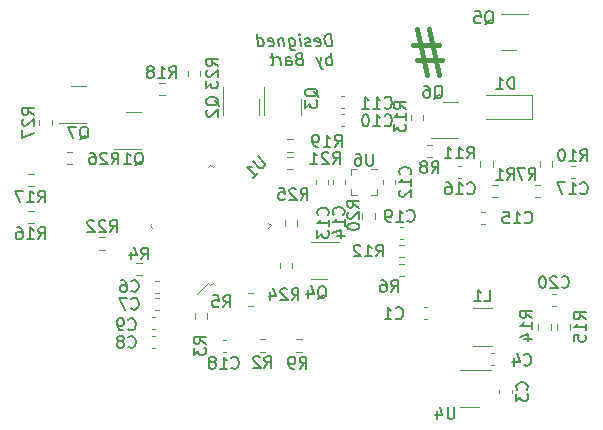
<source format=gbr>
%TF.GenerationSoftware,KiCad,Pcbnew,6.0.2-1.fc35*%
%TF.CreationDate,2022-05-07T18:41:25+02:00*%
%TF.ProjectId,LEDnode,4c45446e-6f64-4652-9e6b-696361645f70,rev?*%
%TF.SameCoordinates,Original*%
%TF.FileFunction,Legend,Bot*%
%TF.FilePolarity,Positive*%
%FSLAX46Y46*%
G04 Gerber Fmt 4.6, Leading zero omitted, Abs format (unit mm)*
G04 Created by KiCad (PCBNEW 6.0.2-1.fc35) date 2022-05-07 18:41:25*
%MOMM*%
%LPD*%
G01*
G04 APERTURE LIST*
%ADD10C,0.150000*%
%ADD11C,0.400000*%
%ADD12C,0.120000*%
G04 APERTURE END LIST*
D10*
X107408452Y-72147380D02*
X107283452Y-71147380D01*
X107045357Y-71147380D01*
X106908452Y-71195000D01*
X106825119Y-71290238D01*
X106789404Y-71385476D01*
X106765595Y-71575952D01*
X106783452Y-71718809D01*
X106854880Y-71909285D01*
X106914404Y-72004523D01*
X107021547Y-72099761D01*
X107170357Y-72147380D01*
X107408452Y-72147380D01*
X106021547Y-72099761D02*
X106122738Y-72147380D01*
X106313214Y-72147380D01*
X106402500Y-72099761D01*
X106438214Y-72004523D01*
X106390595Y-71623571D01*
X106331071Y-71528333D01*
X106229880Y-71480714D01*
X106039404Y-71480714D01*
X105950119Y-71528333D01*
X105914404Y-71623571D01*
X105926309Y-71718809D01*
X106414404Y-71814047D01*
X105592976Y-72099761D02*
X105503690Y-72147380D01*
X105313214Y-72147380D01*
X105212023Y-72099761D01*
X105152500Y-72004523D01*
X105146547Y-71956904D01*
X105182261Y-71861666D01*
X105271547Y-71814047D01*
X105414404Y-71814047D01*
X105503690Y-71766428D01*
X105539404Y-71671190D01*
X105533452Y-71623571D01*
X105473928Y-71528333D01*
X105372738Y-71480714D01*
X105229880Y-71480714D01*
X105140595Y-71528333D01*
X104741785Y-72147380D02*
X104658452Y-71480714D01*
X104616785Y-71147380D02*
X104670357Y-71195000D01*
X104628690Y-71242619D01*
X104575119Y-71195000D01*
X104616785Y-71147380D01*
X104628690Y-71242619D01*
X103753690Y-71480714D02*
X103854880Y-72290238D01*
X103914404Y-72385476D01*
X103967976Y-72433095D01*
X104069166Y-72480714D01*
X104212023Y-72480714D01*
X104301309Y-72433095D01*
X103831071Y-72099761D02*
X103932261Y-72147380D01*
X104122738Y-72147380D01*
X104212023Y-72099761D01*
X104253690Y-72052142D01*
X104289404Y-71956904D01*
X104253690Y-71671190D01*
X104194166Y-71575952D01*
X104140595Y-71528333D01*
X104039404Y-71480714D01*
X103848928Y-71480714D01*
X103759642Y-71528333D01*
X103277500Y-71480714D02*
X103360833Y-72147380D01*
X103289404Y-71575952D02*
X103235833Y-71528333D01*
X103134642Y-71480714D01*
X102991785Y-71480714D01*
X102902500Y-71528333D01*
X102866785Y-71623571D01*
X102932261Y-72147380D01*
X102069166Y-72099761D02*
X102170357Y-72147380D01*
X102360833Y-72147380D01*
X102450119Y-72099761D01*
X102485833Y-72004523D01*
X102438214Y-71623571D01*
X102378690Y-71528333D01*
X102277500Y-71480714D01*
X102087023Y-71480714D01*
X101997738Y-71528333D01*
X101962023Y-71623571D01*
X101973928Y-71718809D01*
X102462023Y-71814047D01*
X101170357Y-72147380D02*
X101045357Y-71147380D01*
X101164404Y-72099761D02*
X101265595Y-72147380D01*
X101456071Y-72147380D01*
X101545357Y-72099761D01*
X101587023Y-72052142D01*
X101622738Y-71956904D01*
X101587023Y-71671190D01*
X101527500Y-71575952D01*
X101473928Y-71528333D01*
X101372738Y-71480714D01*
X101182261Y-71480714D01*
X101092976Y-71528333D01*
X107408452Y-73757380D02*
X107283452Y-72757380D01*
X107331071Y-73138333D02*
X107229880Y-73090714D01*
X107039404Y-73090714D01*
X106950119Y-73138333D01*
X106908452Y-73185952D01*
X106872738Y-73281190D01*
X106908452Y-73566904D01*
X106967976Y-73662142D01*
X107021547Y-73709761D01*
X107122738Y-73757380D01*
X107313214Y-73757380D01*
X107402500Y-73709761D01*
X106515595Y-73090714D02*
X106360833Y-73757380D01*
X106039404Y-73090714D02*
X106360833Y-73757380D01*
X106485833Y-73995476D01*
X106539404Y-74043095D01*
X106640595Y-74090714D01*
X104581071Y-73233571D02*
X104444166Y-73281190D01*
X104402500Y-73328809D01*
X104366785Y-73424047D01*
X104384642Y-73566904D01*
X104444166Y-73662142D01*
X104497738Y-73709761D01*
X104598928Y-73757380D01*
X104979880Y-73757380D01*
X104854880Y-72757380D01*
X104521547Y-72757380D01*
X104432261Y-72805000D01*
X104390595Y-72852619D01*
X104354880Y-72947857D01*
X104366785Y-73043095D01*
X104426309Y-73138333D01*
X104479880Y-73185952D01*
X104581071Y-73233571D01*
X104914404Y-73233571D01*
X103551309Y-73757380D02*
X103485833Y-73233571D01*
X103521547Y-73138333D01*
X103610833Y-73090714D01*
X103801309Y-73090714D01*
X103902500Y-73138333D01*
X103545357Y-73709761D02*
X103646547Y-73757380D01*
X103884642Y-73757380D01*
X103973928Y-73709761D01*
X104009642Y-73614523D01*
X103997738Y-73519285D01*
X103938214Y-73424047D01*
X103837023Y-73376428D01*
X103598928Y-73376428D01*
X103497738Y-73328809D01*
X103075119Y-73757380D02*
X102991785Y-73090714D01*
X103015595Y-73281190D02*
X102956071Y-73185952D01*
X102902500Y-73138333D01*
X102801309Y-73090714D01*
X102706071Y-73090714D01*
X102515595Y-73090714D02*
X102134642Y-73090714D01*
X102331071Y-72757380D02*
X102438214Y-73614523D01*
X102402500Y-73709761D01*
X102313214Y-73757380D01*
X102217976Y-73757380D01*
D11*
%TO.C,H5*%
X116438571Y-72007142D02*
X114295714Y-72007142D01*
X115581428Y-70721428D02*
X116438571Y-74578571D01*
X114581428Y-73292857D02*
X116724285Y-73292857D01*
X115438571Y-74578571D02*
X114581428Y-70721428D01*
D10*
%TO.C,R27*%
X82172380Y-77957142D02*
X81696190Y-77623809D01*
X82172380Y-77385714D02*
X81172380Y-77385714D01*
X81172380Y-77766666D01*
X81220000Y-77861904D01*
X81267619Y-77909523D01*
X81362857Y-77957142D01*
X81505714Y-77957142D01*
X81600952Y-77909523D01*
X81648571Y-77861904D01*
X81696190Y-77766666D01*
X81696190Y-77385714D01*
X81267619Y-78338095D02*
X81220000Y-78385714D01*
X81172380Y-78480952D01*
X81172380Y-78719047D01*
X81220000Y-78814285D01*
X81267619Y-78861904D01*
X81362857Y-78909523D01*
X81458095Y-78909523D01*
X81600952Y-78861904D01*
X82172380Y-78290476D01*
X82172380Y-78909523D01*
X81172380Y-79242857D02*
X81172380Y-79909523D01*
X82172380Y-79480952D01*
%TO.C,R26*%
X88742857Y-82152380D02*
X89076190Y-81676190D01*
X89314285Y-82152380D02*
X89314285Y-81152380D01*
X88933333Y-81152380D01*
X88838095Y-81200000D01*
X88790476Y-81247619D01*
X88742857Y-81342857D01*
X88742857Y-81485714D01*
X88790476Y-81580952D01*
X88838095Y-81628571D01*
X88933333Y-81676190D01*
X89314285Y-81676190D01*
X88361904Y-81247619D02*
X88314285Y-81200000D01*
X88219047Y-81152380D01*
X87980952Y-81152380D01*
X87885714Y-81200000D01*
X87838095Y-81247619D01*
X87790476Y-81342857D01*
X87790476Y-81438095D01*
X87838095Y-81580952D01*
X88409523Y-82152380D01*
X87790476Y-82152380D01*
X86933333Y-81152380D02*
X87123809Y-81152380D01*
X87219047Y-81200000D01*
X87266666Y-81247619D01*
X87361904Y-81390476D01*
X87409523Y-81580952D01*
X87409523Y-81961904D01*
X87361904Y-82057142D01*
X87314285Y-82104761D01*
X87219047Y-82152380D01*
X87028571Y-82152380D01*
X86933333Y-82104761D01*
X86885714Y-82057142D01*
X86838095Y-81961904D01*
X86838095Y-81723809D01*
X86885714Y-81628571D01*
X86933333Y-81580952D01*
X87028571Y-81533333D01*
X87219047Y-81533333D01*
X87314285Y-81580952D01*
X87361904Y-81628571D01*
X87409523Y-81723809D01*
%TO.C,Q7*%
X86045238Y-80047619D02*
X86140476Y-80000000D01*
X86235714Y-79904761D01*
X86378571Y-79761904D01*
X86473809Y-79714285D01*
X86569047Y-79714285D01*
X86521428Y-79952380D02*
X86616666Y-79904761D01*
X86711904Y-79809523D01*
X86759523Y-79619047D01*
X86759523Y-79285714D01*
X86711904Y-79095238D01*
X86616666Y-79000000D01*
X86521428Y-78952380D01*
X86330952Y-78952380D01*
X86235714Y-79000000D01*
X86140476Y-79095238D01*
X86092857Y-79285714D01*
X86092857Y-79619047D01*
X86140476Y-79809523D01*
X86235714Y-79904761D01*
X86330952Y-79952380D01*
X86521428Y-79952380D01*
X85759523Y-78952380D02*
X85092857Y-78952380D01*
X85521428Y-79952380D01*
%TO.C,R10*%
X128442857Y-81852380D02*
X128776190Y-81376190D01*
X129014285Y-81852380D02*
X129014285Y-80852380D01*
X128633333Y-80852380D01*
X128538095Y-80900000D01*
X128490476Y-80947619D01*
X128442857Y-81042857D01*
X128442857Y-81185714D01*
X128490476Y-81280952D01*
X128538095Y-81328571D01*
X128633333Y-81376190D01*
X129014285Y-81376190D01*
X127490476Y-81852380D02*
X128061904Y-81852380D01*
X127776190Y-81852380D02*
X127776190Y-80852380D01*
X127871428Y-80995238D01*
X127966666Y-81090476D01*
X128061904Y-81138095D01*
X126871428Y-80852380D02*
X126776190Y-80852380D01*
X126680952Y-80900000D01*
X126633333Y-80947619D01*
X126585714Y-81042857D01*
X126538095Y-81233333D01*
X126538095Y-81471428D01*
X126585714Y-81661904D01*
X126633333Y-81757142D01*
X126680952Y-81804761D01*
X126776190Y-81852380D01*
X126871428Y-81852380D01*
X126966666Y-81804761D01*
X127014285Y-81757142D01*
X127061904Y-81661904D01*
X127109523Y-81471428D01*
X127109523Y-81233333D01*
X127061904Y-81042857D01*
X127014285Y-80947619D01*
X126966666Y-80900000D01*
X126871428Y-80852380D01*
%TO.C,C7*%
X90416666Y-94357142D02*
X90464285Y-94404761D01*
X90607142Y-94452380D01*
X90702380Y-94452380D01*
X90845238Y-94404761D01*
X90940476Y-94309523D01*
X90988095Y-94214285D01*
X91035714Y-94023809D01*
X91035714Y-93880952D01*
X90988095Y-93690476D01*
X90940476Y-93595238D01*
X90845238Y-93500000D01*
X90702380Y-93452380D01*
X90607142Y-93452380D01*
X90464285Y-93500000D01*
X90416666Y-93547619D01*
X90083333Y-93452380D02*
X89416666Y-93452380D01*
X89845238Y-94452380D01*
%TO.C,C8*%
X90166666Y-97607142D02*
X90214285Y-97654761D01*
X90357142Y-97702380D01*
X90452380Y-97702380D01*
X90595238Y-97654761D01*
X90690476Y-97559523D01*
X90738095Y-97464285D01*
X90785714Y-97273809D01*
X90785714Y-97130952D01*
X90738095Y-96940476D01*
X90690476Y-96845238D01*
X90595238Y-96750000D01*
X90452380Y-96702380D01*
X90357142Y-96702380D01*
X90214285Y-96750000D01*
X90166666Y-96797619D01*
X89595238Y-97130952D02*
X89690476Y-97083333D01*
X89738095Y-97035714D01*
X89785714Y-96940476D01*
X89785714Y-96892857D01*
X89738095Y-96797619D01*
X89690476Y-96750000D01*
X89595238Y-96702380D01*
X89404761Y-96702380D01*
X89309523Y-96750000D01*
X89261904Y-96797619D01*
X89214285Y-96892857D01*
X89214285Y-96940476D01*
X89261904Y-97035714D01*
X89309523Y-97083333D01*
X89404761Y-97130952D01*
X89595238Y-97130952D01*
X89690476Y-97178571D01*
X89738095Y-97226190D01*
X89785714Y-97321428D01*
X89785714Y-97511904D01*
X89738095Y-97607142D01*
X89690476Y-97654761D01*
X89595238Y-97702380D01*
X89404761Y-97702380D01*
X89309523Y-97654761D01*
X89261904Y-97607142D01*
X89214285Y-97511904D01*
X89214285Y-97321428D01*
X89261904Y-97226190D01*
X89309523Y-97178571D01*
X89404761Y-97130952D01*
%TO.C,Q5*%
X120345238Y-70297619D02*
X120440476Y-70250000D01*
X120535714Y-70154761D01*
X120678571Y-70011904D01*
X120773809Y-69964285D01*
X120869047Y-69964285D01*
X120821428Y-70202380D02*
X120916666Y-70154761D01*
X121011904Y-70059523D01*
X121059523Y-69869047D01*
X121059523Y-69535714D01*
X121011904Y-69345238D01*
X120916666Y-69250000D01*
X120821428Y-69202380D01*
X120630952Y-69202380D01*
X120535714Y-69250000D01*
X120440476Y-69345238D01*
X120392857Y-69535714D01*
X120392857Y-69869047D01*
X120440476Y-70059523D01*
X120535714Y-70154761D01*
X120630952Y-70202380D01*
X120821428Y-70202380D01*
X119488095Y-69202380D02*
X119964285Y-69202380D01*
X120011904Y-69678571D01*
X119964285Y-69630952D01*
X119869047Y-69583333D01*
X119630952Y-69583333D01*
X119535714Y-69630952D01*
X119488095Y-69678571D01*
X119440476Y-69773809D01*
X119440476Y-70011904D01*
X119488095Y-70107142D01*
X119535714Y-70154761D01*
X119630952Y-70202380D01*
X119869047Y-70202380D01*
X119964285Y-70154761D01*
X120011904Y-70107142D01*
%TO.C,C6*%
X90416666Y-92857142D02*
X90464285Y-92904761D01*
X90607142Y-92952380D01*
X90702380Y-92952380D01*
X90845238Y-92904761D01*
X90940476Y-92809523D01*
X90988095Y-92714285D01*
X91035714Y-92523809D01*
X91035714Y-92380952D01*
X90988095Y-92190476D01*
X90940476Y-92095238D01*
X90845238Y-92000000D01*
X90702380Y-91952380D01*
X90607142Y-91952380D01*
X90464285Y-92000000D01*
X90416666Y-92047619D01*
X89559523Y-91952380D02*
X89750000Y-91952380D01*
X89845238Y-92000000D01*
X89892857Y-92047619D01*
X89988095Y-92190476D01*
X90035714Y-92380952D01*
X90035714Y-92761904D01*
X89988095Y-92857142D01*
X89940476Y-92904761D01*
X89845238Y-92952380D01*
X89654761Y-92952380D01*
X89559523Y-92904761D01*
X89511904Y-92857142D01*
X89464285Y-92761904D01*
X89464285Y-92523809D01*
X89511904Y-92428571D01*
X89559523Y-92380952D01*
X89654761Y-92333333D01*
X89845238Y-92333333D01*
X89940476Y-92380952D01*
X89988095Y-92428571D01*
X90035714Y-92523809D01*
%TO.C,Q1*%
X90695238Y-82247619D02*
X90790476Y-82200000D01*
X90885714Y-82104761D01*
X91028571Y-81961904D01*
X91123809Y-81914285D01*
X91219047Y-81914285D01*
X91171428Y-82152380D02*
X91266666Y-82104761D01*
X91361904Y-82009523D01*
X91409523Y-81819047D01*
X91409523Y-81485714D01*
X91361904Y-81295238D01*
X91266666Y-81200000D01*
X91171428Y-81152380D01*
X90980952Y-81152380D01*
X90885714Y-81200000D01*
X90790476Y-81295238D01*
X90742857Y-81485714D01*
X90742857Y-81819047D01*
X90790476Y-82009523D01*
X90885714Y-82104761D01*
X90980952Y-82152380D01*
X91171428Y-82152380D01*
X89790476Y-82152380D02*
X90361904Y-82152380D01*
X90076190Y-82152380D02*
X90076190Y-81152380D01*
X90171428Y-81295238D01*
X90266666Y-81390476D01*
X90361904Y-81438095D01*
%TO.C,C17*%
X128442857Y-84587142D02*
X128490476Y-84634761D01*
X128633333Y-84682380D01*
X128728571Y-84682380D01*
X128871428Y-84634761D01*
X128966666Y-84539523D01*
X129014285Y-84444285D01*
X129061904Y-84253809D01*
X129061904Y-84110952D01*
X129014285Y-83920476D01*
X128966666Y-83825238D01*
X128871428Y-83730000D01*
X128728571Y-83682380D01*
X128633333Y-83682380D01*
X128490476Y-83730000D01*
X128442857Y-83777619D01*
X127490476Y-84682380D02*
X128061904Y-84682380D01*
X127776190Y-84682380D02*
X127776190Y-83682380D01*
X127871428Y-83825238D01*
X127966666Y-83920476D01*
X128061904Y-83968095D01*
X127157142Y-83682380D02*
X126490476Y-83682380D01*
X126919047Y-84682380D01*
%TO.C,Q2*%
X97847619Y-77204761D02*
X97800000Y-77109523D01*
X97704761Y-77014285D01*
X97561904Y-76871428D01*
X97514285Y-76776190D01*
X97514285Y-76680952D01*
X97752380Y-76728571D02*
X97704761Y-76633333D01*
X97609523Y-76538095D01*
X97419047Y-76490476D01*
X97085714Y-76490476D01*
X96895238Y-76538095D01*
X96800000Y-76633333D01*
X96752380Y-76728571D01*
X96752380Y-76919047D01*
X96800000Y-77014285D01*
X96895238Y-77109523D01*
X97085714Y-77157142D01*
X97419047Y-77157142D01*
X97609523Y-77109523D01*
X97704761Y-77014285D01*
X97752380Y-76919047D01*
X97752380Y-76728571D01*
X96847619Y-77538095D02*
X96800000Y-77585714D01*
X96752380Y-77680952D01*
X96752380Y-77919047D01*
X96800000Y-78014285D01*
X96847619Y-78061904D01*
X96942857Y-78109523D01*
X97038095Y-78109523D01*
X97180952Y-78061904D01*
X97752380Y-77490476D01*
X97752380Y-78109523D01*
%TO.C,R18*%
X93642857Y-74822380D02*
X93976190Y-74346190D01*
X94214285Y-74822380D02*
X94214285Y-73822380D01*
X93833333Y-73822380D01*
X93738095Y-73870000D01*
X93690476Y-73917619D01*
X93642857Y-74012857D01*
X93642857Y-74155714D01*
X93690476Y-74250952D01*
X93738095Y-74298571D01*
X93833333Y-74346190D01*
X94214285Y-74346190D01*
X92690476Y-74822380D02*
X93261904Y-74822380D01*
X92976190Y-74822380D02*
X92976190Y-73822380D01*
X93071428Y-73965238D01*
X93166666Y-74060476D01*
X93261904Y-74108095D01*
X92119047Y-74250952D02*
X92214285Y-74203333D01*
X92261904Y-74155714D01*
X92309523Y-74060476D01*
X92309523Y-74012857D01*
X92261904Y-73917619D01*
X92214285Y-73870000D01*
X92119047Y-73822380D01*
X91928571Y-73822380D01*
X91833333Y-73870000D01*
X91785714Y-73917619D01*
X91738095Y-74012857D01*
X91738095Y-74060476D01*
X91785714Y-74155714D01*
X91833333Y-74203333D01*
X91928571Y-74250952D01*
X92119047Y-74250952D01*
X92214285Y-74298571D01*
X92261904Y-74346190D01*
X92309523Y-74441428D01*
X92309523Y-74631904D01*
X92261904Y-74727142D01*
X92214285Y-74774761D01*
X92119047Y-74822380D01*
X91928571Y-74822380D01*
X91833333Y-74774761D01*
X91785714Y-74727142D01*
X91738095Y-74631904D01*
X91738095Y-74441428D01*
X91785714Y-74346190D01*
X91833333Y-74298571D01*
X91928571Y-74250952D01*
%TO.C,C15*%
X123742857Y-87057142D02*
X123790476Y-87104761D01*
X123933333Y-87152380D01*
X124028571Y-87152380D01*
X124171428Y-87104761D01*
X124266666Y-87009523D01*
X124314285Y-86914285D01*
X124361904Y-86723809D01*
X124361904Y-86580952D01*
X124314285Y-86390476D01*
X124266666Y-86295238D01*
X124171428Y-86200000D01*
X124028571Y-86152380D01*
X123933333Y-86152380D01*
X123790476Y-86200000D01*
X123742857Y-86247619D01*
X122790476Y-87152380D02*
X123361904Y-87152380D01*
X123076190Y-87152380D02*
X123076190Y-86152380D01*
X123171428Y-86295238D01*
X123266666Y-86390476D01*
X123361904Y-86438095D01*
X121885714Y-86152380D02*
X122361904Y-86152380D01*
X122409523Y-86628571D01*
X122361904Y-86580952D01*
X122266666Y-86533333D01*
X122028571Y-86533333D01*
X121933333Y-86580952D01*
X121885714Y-86628571D01*
X121838095Y-86723809D01*
X121838095Y-86961904D01*
X121885714Y-87057142D01*
X121933333Y-87104761D01*
X122028571Y-87152380D01*
X122266666Y-87152380D01*
X122361904Y-87104761D01*
X122409523Y-87057142D01*
%TO.C,C3*%
X123887142Y-101233333D02*
X123934761Y-101185714D01*
X123982380Y-101042857D01*
X123982380Y-100947619D01*
X123934761Y-100804761D01*
X123839523Y-100709523D01*
X123744285Y-100661904D01*
X123553809Y-100614285D01*
X123410952Y-100614285D01*
X123220476Y-100661904D01*
X123125238Y-100709523D01*
X123030000Y-100804761D01*
X122982380Y-100947619D01*
X122982380Y-101042857D01*
X123030000Y-101185714D01*
X123077619Y-101233333D01*
X122982380Y-101566666D02*
X122982380Y-102185714D01*
X123363333Y-101852380D01*
X123363333Y-101995238D01*
X123410952Y-102090476D01*
X123458571Y-102138095D01*
X123553809Y-102185714D01*
X123791904Y-102185714D01*
X123887142Y-102138095D01*
X123934761Y-102090476D01*
X123982380Y-101995238D01*
X123982380Y-101709523D01*
X123934761Y-101614285D01*
X123887142Y-101566666D01*
%TO.C,R17*%
X82542857Y-85382380D02*
X82876190Y-84906190D01*
X83114285Y-85382380D02*
X83114285Y-84382380D01*
X82733333Y-84382380D01*
X82638095Y-84430000D01*
X82590476Y-84477619D01*
X82542857Y-84572857D01*
X82542857Y-84715714D01*
X82590476Y-84810952D01*
X82638095Y-84858571D01*
X82733333Y-84906190D01*
X83114285Y-84906190D01*
X81590476Y-85382380D02*
X82161904Y-85382380D01*
X81876190Y-85382380D02*
X81876190Y-84382380D01*
X81971428Y-84525238D01*
X82066666Y-84620476D01*
X82161904Y-84668095D01*
X81257142Y-84382380D02*
X80590476Y-84382380D01*
X81019047Y-85382380D01*
%TO.C,C14*%
X108382142Y-86407142D02*
X108429761Y-86359523D01*
X108477380Y-86216666D01*
X108477380Y-86121428D01*
X108429761Y-85978571D01*
X108334523Y-85883333D01*
X108239285Y-85835714D01*
X108048809Y-85788095D01*
X107905952Y-85788095D01*
X107715476Y-85835714D01*
X107620238Y-85883333D01*
X107525000Y-85978571D01*
X107477380Y-86121428D01*
X107477380Y-86216666D01*
X107525000Y-86359523D01*
X107572619Y-86407142D01*
X108477380Y-87359523D02*
X108477380Y-86788095D01*
X108477380Y-87073809D02*
X107477380Y-87073809D01*
X107620238Y-86978571D01*
X107715476Y-86883333D01*
X107763095Y-86788095D01*
X107810714Y-88216666D02*
X108477380Y-88216666D01*
X107429761Y-87978571D02*
X108144047Y-87740476D01*
X108144047Y-88359523D01*
%TO.C,R11*%
X118842857Y-81652380D02*
X119176190Y-81176190D01*
X119414285Y-81652380D02*
X119414285Y-80652380D01*
X119033333Y-80652380D01*
X118938095Y-80700000D01*
X118890476Y-80747619D01*
X118842857Y-80842857D01*
X118842857Y-80985714D01*
X118890476Y-81080952D01*
X118938095Y-81128571D01*
X119033333Y-81176190D01*
X119414285Y-81176190D01*
X117890476Y-81652380D02*
X118461904Y-81652380D01*
X118176190Y-81652380D02*
X118176190Y-80652380D01*
X118271428Y-80795238D01*
X118366666Y-80890476D01*
X118461904Y-80938095D01*
X116938095Y-81652380D02*
X117509523Y-81652380D01*
X117223809Y-81652380D02*
X117223809Y-80652380D01*
X117319047Y-80795238D01*
X117414285Y-80890476D01*
X117509523Y-80938095D01*
%TO.C,C19*%
X113792857Y-86907142D02*
X113840476Y-86954761D01*
X113983333Y-87002380D01*
X114078571Y-87002380D01*
X114221428Y-86954761D01*
X114316666Y-86859523D01*
X114364285Y-86764285D01*
X114411904Y-86573809D01*
X114411904Y-86430952D01*
X114364285Y-86240476D01*
X114316666Y-86145238D01*
X114221428Y-86050000D01*
X114078571Y-86002380D01*
X113983333Y-86002380D01*
X113840476Y-86050000D01*
X113792857Y-86097619D01*
X112840476Y-87002380D02*
X113411904Y-87002380D01*
X113126190Y-87002380D02*
X113126190Y-86002380D01*
X113221428Y-86145238D01*
X113316666Y-86240476D01*
X113411904Y-86288095D01*
X112364285Y-87002380D02*
X112173809Y-87002380D01*
X112078571Y-86954761D01*
X112030952Y-86907142D01*
X111935714Y-86764285D01*
X111888095Y-86573809D01*
X111888095Y-86192857D01*
X111935714Y-86097619D01*
X111983333Y-86050000D01*
X112078571Y-86002380D01*
X112269047Y-86002380D01*
X112364285Y-86050000D01*
X112411904Y-86097619D01*
X112459523Y-86192857D01*
X112459523Y-86430952D01*
X112411904Y-86526190D01*
X112364285Y-86573809D01*
X112269047Y-86621428D01*
X112078571Y-86621428D01*
X111983333Y-86573809D01*
X111935714Y-86526190D01*
X111888095Y-86430952D01*
%TO.C,R1*%
X122266666Y-83452380D02*
X122600000Y-82976190D01*
X122838095Y-83452380D02*
X122838095Y-82452380D01*
X122457142Y-82452380D01*
X122361904Y-82500000D01*
X122314285Y-82547619D01*
X122266666Y-82642857D01*
X122266666Y-82785714D01*
X122314285Y-82880952D01*
X122361904Y-82928571D01*
X122457142Y-82976190D01*
X122838095Y-82976190D01*
X121314285Y-83452380D02*
X121885714Y-83452380D01*
X121600000Y-83452380D02*
X121600000Y-82452380D01*
X121695238Y-82595238D01*
X121790476Y-82690476D01*
X121885714Y-82738095D01*
%TO.C,R15*%
X128882380Y-95257142D02*
X128406190Y-94923809D01*
X128882380Y-94685714D02*
X127882380Y-94685714D01*
X127882380Y-95066666D01*
X127930000Y-95161904D01*
X127977619Y-95209523D01*
X128072857Y-95257142D01*
X128215714Y-95257142D01*
X128310952Y-95209523D01*
X128358571Y-95161904D01*
X128406190Y-95066666D01*
X128406190Y-94685714D01*
X128882380Y-96209523D02*
X128882380Y-95638095D01*
X128882380Y-95923809D02*
X127882380Y-95923809D01*
X128025238Y-95828571D01*
X128120476Y-95733333D01*
X128168095Y-95638095D01*
X127882380Y-97114285D02*
X127882380Y-96638095D01*
X128358571Y-96590476D01*
X128310952Y-96638095D01*
X128263333Y-96733333D01*
X128263333Y-96971428D01*
X128310952Y-97066666D01*
X128358571Y-97114285D01*
X128453809Y-97161904D01*
X128691904Y-97161904D01*
X128787142Y-97114285D01*
X128834761Y-97066666D01*
X128882380Y-96971428D01*
X128882380Y-96733333D01*
X128834761Y-96638095D01*
X128787142Y-96590476D01*
%TO.C,Q4*%
X106195238Y-93547619D02*
X106290476Y-93500000D01*
X106385714Y-93404761D01*
X106528571Y-93261904D01*
X106623809Y-93214285D01*
X106719047Y-93214285D01*
X106671428Y-93452380D02*
X106766666Y-93404761D01*
X106861904Y-93309523D01*
X106909523Y-93119047D01*
X106909523Y-92785714D01*
X106861904Y-92595238D01*
X106766666Y-92500000D01*
X106671428Y-92452380D01*
X106480952Y-92452380D01*
X106385714Y-92500000D01*
X106290476Y-92595238D01*
X106242857Y-92785714D01*
X106242857Y-93119047D01*
X106290476Y-93309523D01*
X106385714Y-93404761D01*
X106480952Y-93452380D01*
X106671428Y-93452380D01*
X105385714Y-92785714D02*
X105385714Y-93452380D01*
X105623809Y-92404761D02*
X105861904Y-93119047D01*
X105242857Y-93119047D01*
%TO.C,C13*%
X107057142Y-86457142D02*
X107104761Y-86409523D01*
X107152380Y-86266666D01*
X107152380Y-86171428D01*
X107104761Y-86028571D01*
X107009523Y-85933333D01*
X106914285Y-85885714D01*
X106723809Y-85838095D01*
X106580952Y-85838095D01*
X106390476Y-85885714D01*
X106295238Y-85933333D01*
X106200000Y-86028571D01*
X106152380Y-86171428D01*
X106152380Y-86266666D01*
X106200000Y-86409523D01*
X106247619Y-86457142D01*
X107152380Y-87409523D02*
X107152380Y-86838095D01*
X107152380Y-87123809D02*
X106152380Y-87123809D01*
X106295238Y-87028571D01*
X106390476Y-86933333D01*
X106438095Y-86838095D01*
X106152380Y-87742857D02*
X106152380Y-88361904D01*
X106533333Y-88028571D01*
X106533333Y-88171428D01*
X106580952Y-88266666D01*
X106628571Y-88314285D01*
X106723809Y-88361904D01*
X106961904Y-88361904D01*
X107057142Y-88314285D01*
X107104761Y-88266666D01*
X107152380Y-88171428D01*
X107152380Y-87885714D01*
X107104761Y-87790476D01*
X107057142Y-87742857D01*
%TO.C,C16*%
X118867857Y-84587142D02*
X118915476Y-84634761D01*
X119058333Y-84682380D01*
X119153571Y-84682380D01*
X119296428Y-84634761D01*
X119391666Y-84539523D01*
X119439285Y-84444285D01*
X119486904Y-84253809D01*
X119486904Y-84110952D01*
X119439285Y-83920476D01*
X119391666Y-83825238D01*
X119296428Y-83730000D01*
X119153571Y-83682380D01*
X119058333Y-83682380D01*
X118915476Y-83730000D01*
X118867857Y-83777619D01*
X117915476Y-84682380D02*
X118486904Y-84682380D01*
X118201190Y-84682380D02*
X118201190Y-83682380D01*
X118296428Y-83825238D01*
X118391666Y-83920476D01*
X118486904Y-83968095D01*
X117058333Y-83682380D02*
X117248809Y-83682380D01*
X117344047Y-83730000D01*
X117391666Y-83777619D01*
X117486904Y-83920476D01*
X117534523Y-84110952D01*
X117534523Y-84491904D01*
X117486904Y-84587142D01*
X117439285Y-84634761D01*
X117344047Y-84682380D01*
X117153571Y-84682380D01*
X117058333Y-84634761D01*
X117010714Y-84587142D01*
X116963095Y-84491904D01*
X116963095Y-84253809D01*
X117010714Y-84158571D01*
X117058333Y-84110952D01*
X117153571Y-84063333D01*
X117344047Y-84063333D01*
X117439285Y-84110952D01*
X117486904Y-84158571D01*
X117534523Y-84253809D01*
%TO.C,R6*%
X112416666Y-92952380D02*
X112750000Y-92476190D01*
X112988095Y-92952380D02*
X112988095Y-91952380D01*
X112607142Y-91952380D01*
X112511904Y-92000000D01*
X112464285Y-92047619D01*
X112416666Y-92142857D01*
X112416666Y-92285714D01*
X112464285Y-92380952D01*
X112511904Y-92428571D01*
X112607142Y-92476190D01*
X112988095Y-92476190D01*
X111559523Y-91952380D02*
X111750000Y-91952380D01*
X111845238Y-92000000D01*
X111892857Y-92047619D01*
X111988095Y-92190476D01*
X112035714Y-92380952D01*
X112035714Y-92761904D01*
X111988095Y-92857142D01*
X111940476Y-92904761D01*
X111845238Y-92952380D01*
X111654761Y-92952380D01*
X111559523Y-92904761D01*
X111511904Y-92857142D01*
X111464285Y-92761904D01*
X111464285Y-92523809D01*
X111511904Y-92428571D01*
X111559523Y-92380952D01*
X111654761Y-92333333D01*
X111845238Y-92333333D01*
X111940476Y-92380952D01*
X111988095Y-92428571D01*
X112035714Y-92523809D01*
%TO.C,C1*%
X112816666Y-95157142D02*
X112864285Y-95204761D01*
X113007142Y-95252380D01*
X113102380Y-95252380D01*
X113245238Y-95204761D01*
X113340476Y-95109523D01*
X113388095Y-95014285D01*
X113435714Y-94823809D01*
X113435714Y-94680952D01*
X113388095Y-94490476D01*
X113340476Y-94395238D01*
X113245238Y-94300000D01*
X113102380Y-94252380D01*
X113007142Y-94252380D01*
X112864285Y-94300000D01*
X112816666Y-94347619D01*
X111864285Y-95252380D02*
X112435714Y-95252380D01*
X112150000Y-95252380D02*
X112150000Y-94252380D01*
X112245238Y-94395238D01*
X112340476Y-94490476D01*
X112435714Y-94538095D01*
%TO.C,U4*%
X117761904Y-102702380D02*
X117761904Y-103511904D01*
X117714285Y-103607142D01*
X117666666Y-103654761D01*
X117571428Y-103702380D01*
X117380952Y-103702380D01*
X117285714Y-103654761D01*
X117238095Y-103607142D01*
X117190476Y-103511904D01*
X117190476Y-102702380D01*
X116285714Y-103035714D02*
X116285714Y-103702380D01*
X116523809Y-102654761D02*
X116761904Y-103369047D01*
X116142857Y-103369047D01*
%TO.C,R7*%
X124066666Y-83452380D02*
X124400000Y-82976190D01*
X124638095Y-83452380D02*
X124638095Y-82452380D01*
X124257142Y-82452380D01*
X124161904Y-82500000D01*
X124114285Y-82547619D01*
X124066666Y-82642857D01*
X124066666Y-82785714D01*
X124114285Y-82880952D01*
X124161904Y-82928571D01*
X124257142Y-82976190D01*
X124638095Y-82976190D01*
X123733333Y-82452380D02*
X123066666Y-82452380D01*
X123495238Y-83452380D01*
%TO.C,R21*%
X107492857Y-82102380D02*
X107826190Y-81626190D01*
X108064285Y-82102380D02*
X108064285Y-81102380D01*
X107683333Y-81102380D01*
X107588095Y-81150000D01*
X107540476Y-81197619D01*
X107492857Y-81292857D01*
X107492857Y-81435714D01*
X107540476Y-81530952D01*
X107588095Y-81578571D01*
X107683333Y-81626190D01*
X108064285Y-81626190D01*
X107111904Y-81197619D02*
X107064285Y-81150000D01*
X106969047Y-81102380D01*
X106730952Y-81102380D01*
X106635714Y-81150000D01*
X106588095Y-81197619D01*
X106540476Y-81292857D01*
X106540476Y-81388095D01*
X106588095Y-81530952D01*
X107159523Y-82102380D01*
X106540476Y-82102380D01*
X105588095Y-82102380D02*
X106159523Y-82102380D01*
X105873809Y-82102380D02*
X105873809Y-81102380D01*
X105969047Y-81245238D01*
X106064285Y-81340476D01*
X106159523Y-81388095D01*
%TO.C,C9*%
X90166666Y-96107142D02*
X90214285Y-96154761D01*
X90357142Y-96202380D01*
X90452380Y-96202380D01*
X90595238Y-96154761D01*
X90690476Y-96059523D01*
X90738095Y-95964285D01*
X90785714Y-95773809D01*
X90785714Y-95630952D01*
X90738095Y-95440476D01*
X90690476Y-95345238D01*
X90595238Y-95250000D01*
X90452380Y-95202380D01*
X90357142Y-95202380D01*
X90214285Y-95250000D01*
X90166666Y-95297619D01*
X89690476Y-96202380D02*
X89500000Y-96202380D01*
X89404761Y-96154761D01*
X89357142Y-96107142D01*
X89261904Y-95964285D01*
X89214285Y-95773809D01*
X89214285Y-95392857D01*
X89261904Y-95297619D01*
X89309523Y-95250000D01*
X89404761Y-95202380D01*
X89595238Y-95202380D01*
X89690476Y-95250000D01*
X89738095Y-95297619D01*
X89785714Y-95392857D01*
X89785714Y-95630952D01*
X89738095Y-95726190D01*
X89690476Y-95773809D01*
X89595238Y-95821428D01*
X89404761Y-95821428D01*
X89309523Y-95773809D01*
X89261904Y-95726190D01*
X89214285Y-95630952D01*
%TO.C,C11*%
X111854868Y-77332142D02*
X111902487Y-77379761D01*
X112045344Y-77427380D01*
X112140582Y-77427380D01*
X112283439Y-77379761D01*
X112378677Y-77284523D01*
X112426296Y-77189285D01*
X112473915Y-76998809D01*
X112473915Y-76855952D01*
X112426296Y-76665476D01*
X112378677Y-76570238D01*
X112283439Y-76475000D01*
X112140582Y-76427380D01*
X112045344Y-76427380D01*
X111902487Y-76475000D01*
X111854868Y-76522619D01*
X110902487Y-77427380D02*
X111473915Y-77427380D01*
X111188201Y-77427380D02*
X111188201Y-76427380D01*
X111283439Y-76570238D01*
X111378677Y-76665476D01*
X111473915Y-76713095D01*
X109950106Y-77427380D02*
X110521534Y-77427380D01*
X110235820Y-77427380D02*
X110235820Y-76427380D01*
X110331058Y-76570238D01*
X110426296Y-76665476D01*
X110521534Y-76713095D01*
%TO.C,R16*%
X82542857Y-88482380D02*
X82876190Y-88006190D01*
X83114285Y-88482380D02*
X83114285Y-87482380D01*
X82733333Y-87482380D01*
X82638095Y-87530000D01*
X82590476Y-87577619D01*
X82542857Y-87672857D01*
X82542857Y-87815714D01*
X82590476Y-87910952D01*
X82638095Y-87958571D01*
X82733333Y-88006190D01*
X83114285Y-88006190D01*
X81590476Y-88482380D02*
X82161904Y-88482380D01*
X81876190Y-88482380D02*
X81876190Y-87482380D01*
X81971428Y-87625238D01*
X82066666Y-87720476D01*
X82161904Y-87768095D01*
X80733333Y-87482380D02*
X80923809Y-87482380D01*
X81019047Y-87530000D01*
X81066666Y-87577619D01*
X81161904Y-87720476D01*
X81209523Y-87910952D01*
X81209523Y-88291904D01*
X81161904Y-88387142D01*
X81114285Y-88434761D01*
X81019047Y-88482380D01*
X80828571Y-88482380D01*
X80733333Y-88434761D01*
X80685714Y-88387142D01*
X80638095Y-88291904D01*
X80638095Y-88053809D01*
X80685714Y-87958571D01*
X80733333Y-87910952D01*
X80828571Y-87863333D01*
X81019047Y-87863333D01*
X81114285Y-87910952D01*
X81161904Y-87958571D01*
X81209523Y-88053809D01*
%TO.C,R25*%
X104742857Y-85152380D02*
X105076190Y-84676190D01*
X105314285Y-85152380D02*
X105314285Y-84152380D01*
X104933333Y-84152380D01*
X104838095Y-84200000D01*
X104790476Y-84247619D01*
X104742857Y-84342857D01*
X104742857Y-84485714D01*
X104790476Y-84580952D01*
X104838095Y-84628571D01*
X104933333Y-84676190D01*
X105314285Y-84676190D01*
X104361904Y-84247619D02*
X104314285Y-84200000D01*
X104219047Y-84152380D01*
X103980952Y-84152380D01*
X103885714Y-84200000D01*
X103838095Y-84247619D01*
X103790476Y-84342857D01*
X103790476Y-84438095D01*
X103838095Y-84580952D01*
X104409523Y-85152380D01*
X103790476Y-85152380D01*
X102885714Y-84152380D02*
X103361904Y-84152380D01*
X103409523Y-84628571D01*
X103361904Y-84580952D01*
X103266666Y-84533333D01*
X103028571Y-84533333D01*
X102933333Y-84580952D01*
X102885714Y-84628571D01*
X102838095Y-84723809D01*
X102838095Y-84961904D01*
X102885714Y-85057142D01*
X102933333Y-85104761D01*
X103028571Y-85152380D01*
X103266666Y-85152380D01*
X103361904Y-85104761D01*
X103409523Y-85057142D01*
%TO.C,Q6*%
X116045238Y-76597619D02*
X116140476Y-76550000D01*
X116235714Y-76454761D01*
X116378571Y-76311904D01*
X116473809Y-76264285D01*
X116569047Y-76264285D01*
X116521428Y-76502380D02*
X116616666Y-76454761D01*
X116711904Y-76359523D01*
X116759523Y-76169047D01*
X116759523Y-75835714D01*
X116711904Y-75645238D01*
X116616666Y-75550000D01*
X116521428Y-75502380D01*
X116330952Y-75502380D01*
X116235714Y-75550000D01*
X116140476Y-75645238D01*
X116092857Y-75835714D01*
X116092857Y-76169047D01*
X116140476Y-76359523D01*
X116235714Y-76454761D01*
X116330952Y-76502380D01*
X116521428Y-76502380D01*
X115235714Y-75502380D02*
X115426190Y-75502380D01*
X115521428Y-75550000D01*
X115569047Y-75597619D01*
X115664285Y-75740476D01*
X115711904Y-75930952D01*
X115711904Y-76311904D01*
X115664285Y-76407142D01*
X115616666Y-76454761D01*
X115521428Y-76502380D01*
X115330952Y-76502380D01*
X115235714Y-76454761D01*
X115188095Y-76407142D01*
X115140476Y-76311904D01*
X115140476Y-76073809D01*
X115188095Y-75978571D01*
X115235714Y-75930952D01*
X115330952Y-75883333D01*
X115521428Y-75883333D01*
X115616666Y-75930952D01*
X115664285Y-75978571D01*
X115711904Y-76073809D01*
%TO.C,U6*%
X110886904Y-81252380D02*
X110886904Y-82061904D01*
X110839285Y-82157142D01*
X110791666Y-82204761D01*
X110696428Y-82252380D01*
X110505952Y-82252380D01*
X110410714Y-82204761D01*
X110363095Y-82157142D01*
X110315476Y-82061904D01*
X110315476Y-81252380D01*
X109410714Y-81252380D02*
X109601190Y-81252380D01*
X109696428Y-81300000D01*
X109744047Y-81347619D01*
X109839285Y-81490476D01*
X109886904Y-81680952D01*
X109886904Y-82061904D01*
X109839285Y-82157142D01*
X109791666Y-82204761D01*
X109696428Y-82252380D01*
X109505952Y-82252380D01*
X109410714Y-82204761D01*
X109363095Y-82157142D01*
X109315476Y-82061904D01*
X109315476Y-81823809D01*
X109363095Y-81728571D01*
X109410714Y-81680952D01*
X109505952Y-81633333D01*
X109696428Y-81633333D01*
X109791666Y-81680952D01*
X109839285Y-81728571D01*
X109886904Y-81823809D01*
%TO.C,C20*%
X126842857Y-92527142D02*
X126890476Y-92574761D01*
X127033333Y-92622380D01*
X127128571Y-92622380D01*
X127271428Y-92574761D01*
X127366666Y-92479523D01*
X127414285Y-92384285D01*
X127461904Y-92193809D01*
X127461904Y-92050952D01*
X127414285Y-91860476D01*
X127366666Y-91765238D01*
X127271428Y-91670000D01*
X127128571Y-91622380D01*
X127033333Y-91622380D01*
X126890476Y-91670000D01*
X126842857Y-91717619D01*
X126461904Y-91717619D02*
X126414285Y-91670000D01*
X126319047Y-91622380D01*
X126080952Y-91622380D01*
X125985714Y-91670000D01*
X125938095Y-91717619D01*
X125890476Y-91812857D01*
X125890476Y-91908095D01*
X125938095Y-92050952D01*
X126509523Y-92622380D01*
X125890476Y-92622380D01*
X125271428Y-91622380D02*
X125176190Y-91622380D01*
X125080952Y-91670000D01*
X125033333Y-91717619D01*
X124985714Y-91812857D01*
X124938095Y-92003333D01*
X124938095Y-92241428D01*
X124985714Y-92431904D01*
X125033333Y-92527142D01*
X125080952Y-92574761D01*
X125176190Y-92622380D01*
X125271428Y-92622380D01*
X125366666Y-92574761D01*
X125414285Y-92527142D01*
X125461904Y-92431904D01*
X125509523Y-92241428D01*
X125509523Y-92003333D01*
X125461904Y-91812857D01*
X125414285Y-91717619D01*
X125366666Y-91670000D01*
X125271428Y-91622380D01*
%TO.C,C4*%
X123666666Y-99107142D02*
X123714285Y-99154761D01*
X123857142Y-99202380D01*
X123952380Y-99202380D01*
X124095238Y-99154761D01*
X124190476Y-99059523D01*
X124238095Y-98964285D01*
X124285714Y-98773809D01*
X124285714Y-98630952D01*
X124238095Y-98440476D01*
X124190476Y-98345238D01*
X124095238Y-98250000D01*
X123952380Y-98202380D01*
X123857142Y-98202380D01*
X123714285Y-98250000D01*
X123666666Y-98297619D01*
X122809523Y-98535714D02*
X122809523Y-99202380D01*
X123047619Y-98154761D02*
X123285714Y-98869047D01*
X122666666Y-98869047D01*
%TO.C,C18*%
X98892857Y-99357142D02*
X98940476Y-99404761D01*
X99083333Y-99452380D01*
X99178571Y-99452380D01*
X99321428Y-99404761D01*
X99416666Y-99309523D01*
X99464285Y-99214285D01*
X99511904Y-99023809D01*
X99511904Y-98880952D01*
X99464285Y-98690476D01*
X99416666Y-98595238D01*
X99321428Y-98500000D01*
X99178571Y-98452380D01*
X99083333Y-98452380D01*
X98940476Y-98500000D01*
X98892857Y-98547619D01*
X97940476Y-99452380D02*
X98511904Y-99452380D01*
X98226190Y-99452380D02*
X98226190Y-98452380D01*
X98321428Y-98595238D01*
X98416666Y-98690476D01*
X98511904Y-98738095D01*
X97369047Y-98880952D02*
X97464285Y-98833333D01*
X97511904Y-98785714D01*
X97559523Y-98690476D01*
X97559523Y-98642857D01*
X97511904Y-98547619D01*
X97464285Y-98500000D01*
X97369047Y-98452380D01*
X97178571Y-98452380D01*
X97083333Y-98500000D01*
X97035714Y-98547619D01*
X96988095Y-98642857D01*
X96988095Y-98690476D01*
X97035714Y-98785714D01*
X97083333Y-98833333D01*
X97178571Y-98880952D01*
X97369047Y-98880952D01*
X97464285Y-98928571D01*
X97511904Y-98976190D01*
X97559523Y-99071428D01*
X97559523Y-99261904D01*
X97511904Y-99357142D01*
X97464285Y-99404761D01*
X97369047Y-99452380D01*
X97178571Y-99452380D01*
X97083333Y-99404761D01*
X97035714Y-99357142D01*
X96988095Y-99261904D01*
X96988095Y-99071428D01*
X97035714Y-98976190D01*
X97083333Y-98928571D01*
X97178571Y-98880952D01*
%TO.C,R20*%
X109702380Y-85807142D02*
X109226190Y-85473809D01*
X109702380Y-85235714D02*
X108702380Y-85235714D01*
X108702380Y-85616666D01*
X108750000Y-85711904D01*
X108797619Y-85759523D01*
X108892857Y-85807142D01*
X109035714Y-85807142D01*
X109130952Y-85759523D01*
X109178571Y-85711904D01*
X109226190Y-85616666D01*
X109226190Y-85235714D01*
X108797619Y-86188095D02*
X108750000Y-86235714D01*
X108702380Y-86330952D01*
X108702380Y-86569047D01*
X108750000Y-86664285D01*
X108797619Y-86711904D01*
X108892857Y-86759523D01*
X108988095Y-86759523D01*
X109130952Y-86711904D01*
X109702380Y-86140476D01*
X109702380Y-86759523D01*
X108702380Y-87378571D02*
X108702380Y-87473809D01*
X108750000Y-87569047D01*
X108797619Y-87616666D01*
X108892857Y-87664285D01*
X109083333Y-87711904D01*
X109321428Y-87711904D01*
X109511904Y-87664285D01*
X109607142Y-87616666D01*
X109654761Y-87569047D01*
X109702380Y-87473809D01*
X109702380Y-87378571D01*
X109654761Y-87283333D01*
X109607142Y-87235714D01*
X109511904Y-87188095D01*
X109321428Y-87140476D01*
X109083333Y-87140476D01*
X108892857Y-87188095D01*
X108797619Y-87235714D01*
X108750000Y-87283333D01*
X108702380Y-87378571D01*
%TO.C,R5*%
X98216666Y-94252380D02*
X98550000Y-93776190D01*
X98788095Y-94252380D02*
X98788095Y-93252380D01*
X98407142Y-93252380D01*
X98311904Y-93300000D01*
X98264285Y-93347619D01*
X98216666Y-93442857D01*
X98216666Y-93585714D01*
X98264285Y-93680952D01*
X98311904Y-93728571D01*
X98407142Y-93776190D01*
X98788095Y-93776190D01*
X97311904Y-93252380D02*
X97788095Y-93252380D01*
X97835714Y-93728571D01*
X97788095Y-93680952D01*
X97692857Y-93633333D01*
X97454761Y-93633333D01*
X97359523Y-93680952D01*
X97311904Y-93728571D01*
X97264285Y-93823809D01*
X97264285Y-94061904D01*
X97311904Y-94157142D01*
X97359523Y-94204761D01*
X97454761Y-94252380D01*
X97692857Y-94252380D01*
X97788095Y-94204761D01*
X97835714Y-94157142D01*
%TO.C,D1*%
X122838095Y-75752380D02*
X122838095Y-74752380D01*
X122600000Y-74752380D01*
X122457142Y-74800000D01*
X122361904Y-74895238D01*
X122314285Y-74990476D01*
X122266666Y-75180952D01*
X122266666Y-75323809D01*
X122314285Y-75514285D01*
X122361904Y-75609523D01*
X122457142Y-75704761D01*
X122600000Y-75752380D01*
X122838095Y-75752380D01*
X121314285Y-75752380D02*
X121885714Y-75752380D01*
X121600000Y-75752380D02*
X121600000Y-74752380D01*
X121695238Y-74895238D01*
X121790476Y-74990476D01*
X121885714Y-75038095D01*
%TO.C,R22*%
X88592857Y-87872380D02*
X88926190Y-87396190D01*
X89164285Y-87872380D02*
X89164285Y-86872380D01*
X88783333Y-86872380D01*
X88688095Y-86920000D01*
X88640476Y-86967619D01*
X88592857Y-87062857D01*
X88592857Y-87205714D01*
X88640476Y-87300952D01*
X88688095Y-87348571D01*
X88783333Y-87396190D01*
X89164285Y-87396190D01*
X88211904Y-86967619D02*
X88164285Y-86920000D01*
X88069047Y-86872380D01*
X87830952Y-86872380D01*
X87735714Y-86920000D01*
X87688095Y-86967619D01*
X87640476Y-87062857D01*
X87640476Y-87158095D01*
X87688095Y-87300952D01*
X88259523Y-87872380D01*
X87640476Y-87872380D01*
X87259523Y-86967619D02*
X87211904Y-86920000D01*
X87116666Y-86872380D01*
X86878571Y-86872380D01*
X86783333Y-86920000D01*
X86735714Y-86967619D01*
X86688095Y-87062857D01*
X86688095Y-87158095D01*
X86735714Y-87300952D01*
X87307142Y-87872380D01*
X86688095Y-87872380D01*
%TO.C,R3*%
X96702380Y-97333333D02*
X96226190Y-97000000D01*
X96702380Y-96761904D02*
X95702380Y-96761904D01*
X95702380Y-97142857D01*
X95750000Y-97238095D01*
X95797619Y-97285714D01*
X95892857Y-97333333D01*
X96035714Y-97333333D01*
X96130952Y-97285714D01*
X96178571Y-97238095D01*
X96226190Y-97142857D01*
X96226190Y-96761904D01*
X95702380Y-97666666D02*
X95702380Y-98285714D01*
X96083333Y-97952380D01*
X96083333Y-98095238D01*
X96130952Y-98190476D01*
X96178571Y-98238095D01*
X96273809Y-98285714D01*
X96511904Y-98285714D01*
X96607142Y-98238095D01*
X96654761Y-98190476D01*
X96702380Y-98095238D01*
X96702380Y-97809523D01*
X96654761Y-97714285D01*
X96607142Y-97666666D01*
%TO.C,C10*%
X111854868Y-78832142D02*
X111902487Y-78879761D01*
X112045344Y-78927380D01*
X112140582Y-78927380D01*
X112283439Y-78879761D01*
X112378677Y-78784523D01*
X112426296Y-78689285D01*
X112473915Y-78498809D01*
X112473915Y-78355952D01*
X112426296Y-78165476D01*
X112378677Y-78070238D01*
X112283439Y-77975000D01*
X112140582Y-77927380D01*
X112045344Y-77927380D01*
X111902487Y-77975000D01*
X111854868Y-78022619D01*
X110902487Y-78927380D02*
X111473915Y-78927380D01*
X111188201Y-78927380D02*
X111188201Y-77927380D01*
X111283439Y-78070238D01*
X111378677Y-78165476D01*
X111473915Y-78213095D01*
X110283439Y-77927380D02*
X110188201Y-77927380D01*
X110092963Y-77975000D01*
X110045344Y-78022619D01*
X109997725Y-78117857D01*
X109950106Y-78308333D01*
X109950106Y-78546428D01*
X109997725Y-78736904D01*
X110045344Y-78832142D01*
X110092963Y-78879761D01*
X110188201Y-78927380D01*
X110283439Y-78927380D01*
X110378677Y-78879761D01*
X110426296Y-78832142D01*
X110473915Y-78736904D01*
X110521534Y-78546428D01*
X110521534Y-78308333D01*
X110473915Y-78117857D01*
X110426296Y-78022619D01*
X110378677Y-77975000D01*
X110283439Y-77927380D01*
%TO.C,R14*%
X124352380Y-95157142D02*
X123876190Y-94823809D01*
X124352380Y-94585714D02*
X123352380Y-94585714D01*
X123352380Y-94966666D01*
X123400000Y-95061904D01*
X123447619Y-95109523D01*
X123542857Y-95157142D01*
X123685714Y-95157142D01*
X123780952Y-95109523D01*
X123828571Y-95061904D01*
X123876190Y-94966666D01*
X123876190Y-94585714D01*
X124352380Y-96109523D02*
X124352380Y-95538095D01*
X124352380Y-95823809D02*
X123352380Y-95823809D01*
X123495238Y-95728571D01*
X123590476Y-95633333D01*
X123638095Y-95538095D01*
X123685714Y-96966666D02*
X124352380Y-96966666D01*
X123304761Y-96728571D02*
X124019047Y-96490476D01*
X124019047Y-97109523D01*
%TO.C,Q3*%
X106247619Y-76454761D02*
X106200000Y-76359523D01*
X106104761Y-76264285D01*
X105961904Y-76121428D01*
X105914285Y-76026190D01*
X105914285Y-75930952D01*
X106152380Y-75978571D02*
X106104761Y-75883333D01*
X106009523Y-75788095D01*
X105819047Y-75740476D01*
X105485714Y-75740476D01*
X105295238Y-75788095D01*
X105200000Y-75883333D01*
X105152380Y-75978571D01*
X105152380Y-76169047D01*
X105200000Y-76264285D01*
X105295238Y-76359523D01*
X105485714Y-76407142D01*
X105819047Y-76407142D01*
X106009523Y-76359523D01*
X106104761Y-76264285D01*
X106152380Y-76169047D01*
X106152380Y-75978571D01*
X105152380Y-76740476D02*
X105152380Y-77359523D01*
X105533333Y-77026190D01*
X105533333Y-77169047D01*
X105580952Y-77264285D01*
X105628571Y-77311904D01*
X105723809Y-77359523D01*
X105961904Y-77359523D01*
X106057142Y-77311904D01*
X106104761Y-77264285D01*
X106152380Y-77169047D01*
X106152380Y-76883333D01*
X106104761Y-76788095D01*
X106057142Y-76740476D01*
%TO.C,C12*%
X114012142Y-83007142D02*
X114059761Y-82959523D01*
X114107380Y-82816666D01*
X114107380Y-82721428D01*
X114059761Y-82578571D01*
X113964523Y-82483333D01*
X113869285Y-82435714D01*
X113678809Y-82388095D01*
X113535952Y-82388095D01*
X113345476Y-82435714D01*
X113250238Y-82483333D01*
X113155000Y-82578571D01*
X113107380Y-82721428D01*
X113107380Y-82816666D01*
X113155000Y-82959523D01*
X113202619Y-83007142D01*
X114107380Y-83959523D02*
X114107380Y-83388095D01*
X114107380Y-83673809D02*
X113107380Y-83673809D01*
X113250238Y-83578571D01*
X113345476Y-83483333D01*
X113393095Y-83388095D01*
X113202619Y-84340476D02*
X113155000Y-84388095D01*
X113107380Y-84483333D01*
X113107380Y-84721428D01*
X113155000Y-84816666D01*
X113202619Y-84864285D01*
X113297857Y-84911904D01*
X113393095Y-84911904D01*
X113535952Y-84864285D01*
X114107380Y-84292857D01*
X114107380Y-84911904D01*
%TO.C,R4*%
X91241666Y-90202380D02*
X91575000Y-89726190D01*
X91813095Y-90202380D02*
X91813095Y-89202380D01*
X91432142Y-89202380D01*
X91336904Y-89250000D01*
X91289285Y-89297619D01*
X91241666Y-89392857D01*
X91241666Y-89535714D01*
X91289285Y-89630952D01*
X91336904Y-89678571D01*
X91432142Y-89726190D01*
X91813095Y-89726190D01*
X90384523Y-89535714D02*
X90384523Y-90202380D01*
X90622619Y-89154761D02*
X90860714Y-89869047D01*
X90241666Y-89869047D01*
%TO.C,R19*%
X107642857Y-80652380D02*
X107976190Y-80176190D01*
X108214285Y-80652380D02*
X108214285Y-79652380D01*
X107833333Y-79652380D01*
X107738095Y-79700000D01*
X107690476Y-79747619D01*
X107642857Y-79842857D01*
X107642857Y-79985714D01*
X107690476Y-80080952D01*
X107738095Y-80128571D01*
X107833333Y-80176190D01*
X108214285Y-80176190D01*
X106690476Y-80652380D02*
X107261904Y-80652380D01*
X106976190Y-80652380D02*
X106976190Y-79652380D01*
X107071428Y-79795238D01*
X107166666Y-79890476D01*
X107261904Y-79938095D01*
X106214285Y-80652380D02*
X106023809Y-80652380D01*
X105928571Y-80604761D01*
X105880952Y-80557142D01*
X105785714Y-80414285D01*
X105738095Y-80223809D01*
X105738095Y-79842857D01*
X105785714Y-79747619D01*
X105833333Y-79700000D01*
X105928571Y-79652380D01*
X106119047Y-79652380D01*
X106214285Y-79700000D01*
X106261904Y-79747619D01*
X106309523Y-79842857D01*
X106309523Y-80080952D01*
X106261904Y-80176190D01*
X106214285Y-80223809D01*
X106119047Y-80271428D01*
X105928571Y-80271428D01*
X105833333Y-80223809D01*
X105785714Y-80176190D01*
X105738095Y-80080952D01*
%TO.C,R12*%
X111142857Y-89952380D02*
X111476190Y-89476190D01*
X111714285Y-89952380D02*
X111714285Y-88952380D01*
X111333333Y-88952380D01*
X111238095Y-89000000D01*
X111190476Y-89047619D01*
X111142857Y-89142857D01*
X111142857Y-89285714D01*
X111190476Y-89380952D01*
X111238095Y-89428571D01*
X111333333Y-89476190D01*
X111714285Y-89476190D01*
X110190476Y-89952380D02*
X110761904Y-89952380D01*
X110476190Y-89952380D02*
X110476190Y-88952380D01*
X110571428Y-89095238D01*
X110666666Y-89190476D01*
X110761904Y-89238095D01*
X109809523Y-89047619D02*
X109761904Y-89000000D01*
X109666666Y-88952380D01*
X109428571Y-88952380D01*
X109333333Y-89000000D01*
X109285714Y-89047619D01*
X109238095Y-89142857D01*
X109238095Y-89238095D01*
X109285714Y-89380952D01*
X109857142Y-89952380D01*
X109238095Y-89952380D01*
%TO.C,R13*%
X113652380Y-77457142D02*
X113176190Y-77123809D01*
X113652380Y-76885714D02*
X112652380Y-76885714D01*
X112652380Y-77266666D01*
X112700000Y-77361904D01*
X112747619Y-77409523D01*
X112842857Y-77457142D01*
X112985714Y-77457142D01*
X113080952Y-77409523D01*
X113128571Y-77361904D01*
X113176190Y-77266666D01*
X113176190Y-76885714D01*
X113652380Y-78409523D02*
X113652380Y-77838095D01*
X113652380Y-78123809D02*
X112652380Y-78123809D01*
X112795238Y-78028571D01*
X112890476Y-77933333D01*
X112938095Y-77838095D01*
X112652380Y-78742857D02*
X112652380Y-79361904D01*
X113033333Y-79028571D01*
X113033333Y-79171428D01*
X113080952Y-79266666D01*
X113128571Y-79314285D01*
X113223809Y-79361904D01*
X113461904Y-79361904D01*
X113557142Y-79314285D01*
X113604761Y-79266666D01*
X113652380Y-79171428D01*
X113652380Y-78885714D01*
X113604761Y-78790476D01*
X113557142Y-78742857D01*
%TO.C,R9*%
X104666666Y-99452380D02*
X105000000Y-98976190D01*
X105238095Y-99452380D02*
X105238095Y-98452380D01*
X104857142Y-98452380D01*
X104761904Y-98500000D01*
X104714285Y-98547619D01*
X104666666Y-98642857D01*
X104666666Y-98785714D01*
X104714285Y-98880952D01*
X104761904Y-98928571D01*
X104857142Y-98976190D01*
X105238095Y-98976190D01*
X104190476Y-99452380D02*
X104000000Y-99452380D01*
X103904761Y-99404761D01*
X103857142Y-99357142D01*
X103761904Y-99214285D01*
X103714285Y-99023809D01*
X103714285Y-98642857D01*
X103761904Y-98547619D01*
X103809523Y-98500000D01*
X103904761Y-98452380D01*
X104095238Y-98452380D01*
X104190476Y-98500000D01*
X104238095Y-98547619D01*
X104285714Y-98642857D01*
X104285714Y-98880952D01*
X104238095Y-98976190D01*
X104190476Y-99023809D01*
X104095238Y-99071428D01*
X103904761Y-99071428D01*
X103809523Y-99023809D01*
X103761904Y-98976190D01*
X103714285Y-98880952D01*
%TO.C,R23*%
X97752380Y-73807142D02*
X97276190Y-73473809D01*
X97752380Y-73235714D02*
X96752380Y-73235714D01*
X96752380Y-73616666D01*
X96800000Y-73711904D01*
X96847619Y-73759523D01*
X96942857Y-73807142D01*
X97085714Y-73807142D01*
X97180952Y-73759523D01*
X97228571Y-73711904D01*
X97276190Y-73616666D01*
X97276190Y-73235714D01*
X96847619Y-74188095D02*
X96800000Y-74235714D01*
X96752380Y-74330952D01*
X96752380Y-74569047D01*
X96800000Y-74664285D01*
X96847619Y-74711904D01*
X96942857Y-74759523D01*
X97038095Y-74759523D01*
X97180952Y-74711904D01*
X97752380Y-74140476D01*
X97752380Y-74759523D01*
X96752380Y-75092857D02*
X96752380Y-75711904D01*
X97133333Y-75378571D01*
X97133333Y-75521428D01*
X97180952Y-75616666D01*
X97228571Y-75664285D01*
X97323809Y-75711904D01*
X97561904Y-75711904D01*
X97657142Y-75664285D01*
X97704761Y-75616666D01*
X97752380Y-75521428D01*
X97752380Y-75235714D01*
X97704761Y-75140476D01*
X97657142Y-75092857D01*
%TO.C,R2*%
X101691666Y-99382380D02*
X102025000Y-98906190D01*
X102263095Y-99382380D02*
X102263095Y-98382380D01*
X101882142Y-98382380D01*
X101786904Y-98430000D01*
X101739285Y-98477619D01*
X101691666Y-98572857D01*
X101691666Y-98715714D01*
X101739285Y-98810952D01*
X101786904Y-98858571D01*
X101882142Y-98906190D01*
X102263095Y-98906190D01*
X101310714Y-98477619D02*
X101263095Y-98430000D01*
X101167857Y-98382380D01*
X100929761Y-98382380D01*
X100834523Y-98430000D01*
X100786904Y-98477619D01*
X100739285Y-98572857D01*
X100739285Y-98668095D01*
X100786904Y-98810952D01*
X101358333Y-99382380D01*
X100739285Y-99382380D01*
%TO.C,L1*%
X120316666Y-93752380D02*
X120792857Y-93752380D01*
X120792857Y-92752380D01*
X119459523Y-93752380D02*
X120030952Y-93752380D01*
X119745238Y-93752380D02*
X119745238Y-92752380D01*
X119840476Y-92895238D01*
X119935714Y-92990476D01*
X120030952Y-93038095D01*
%TO.C,U1*%
X101101522Y-81474026D02*
X101673942Y-82046446D01*
X101707614Y-82147461D01*
X101707614Y-82214805D01*
X101673942Y-82315820D01*
X101539255Y-82450507D01*
X101438240Y-82484179D01*
X101370896Y-82484179D01*
X101269881Y-82450507D01*
X100697461Y-81878087D01*
X100697461Y-83292301D02*
X101101522Y-82888240D01*
X100899492Y-83090270D02*
X100192385Y-82383164D01*
X100360744Y-82416835D01*
X100495431Y-82416835D01*
X100596446Y-82383164D01*
%TO.C,R24*%
X103992857Y-93652380D02*
X104326190Y-93176190D01*
X104564285Y-93652380D02*
X104564285Y-92652380D01*
X104183333Y-92652380D01*
X104088095Y-92700000D01*
X104040476Y-92747619D01*
X103992857Y-92842857D01*
X103992857Y-92985714D01*
X104040476Y-93080952D01*
X104088095Y-93128571D01*
X104183333Y-93176190D01*
X104564285Y-93176190D01*
X103611904Y-92747619D02*
X103564285Y-92700000D01*
X103469047Y-92652380D01*
X103230952Y-92652380D01*
X103135714Y-92700000D01*
X103088095Y-92747619D01*
X103040476Y-92842857D01*
X103040476Y-92938095D01*
X103088095Y-93080952D01*
X103659523Y-93652380D01*
X103040476Y-93652380D01*
X102183333Y-92985714D02*
X102183333Y-93652380D01*
X102421428Y-92604761D02*
X102659523Y-93319047D01*
X102040476Y-93319047D01*
%TO.C,R8*%
X115841666Y-82882380D02*
X116175000Y-82406190D01*
X116413095Y-82882380D02*
X116413095Y-81882380D01*
X116032142Y-81882380D01*
X115936904Y-81930000D01*
X115889285Y-81977619D01*
X115841666Y-82072857D01*
X115841666Y-82215714D01*
X115889285Y-82310952D01*
X115936904Y-82358571D01*
X116032142Y-82406190D01*
X116413095Y-82406190D01*
X115270238Y-82310952D02*
X115365476Y-82263333D01*
X115413095Y-82215714D01*
X115460714Y-82120476D01*
X115460714Y-82072857D01*
X115413095Y-81977619D01*
X115365476Y-81930000D01*
X115270238Y-81882380D01*
X115079761Y-81882380D01*
X114984523Y-81930000D01*
X114936904Y-81977619D01*
X114889285Y-82072857D01*
X114889285Y-82120476D01*
X114936904Y-82215714D01*
X114984523Y-82263333D01*
X115079761Y-82310952D01*
X115270238Y-82310952D01*
X115365476Y-82358571D01*
X115413095Y-82406190D01*
X115460714Y-82501428D01*
X115460714Y-82691904D01*
X115413095Y-82787142D01*
X115365476Y-82834761D01*
X115270238Y-82882380D01*
X115079761Y-82882380D01*
X114984523Y-82834761D01*
X114936904Y-82787142D01*
X114889285Y-82691904D01*
X114889285Y-82501428D01*
X114936904Y-82406190D01*
X114984523Y-82358571D01*
X115079761Y-82310952D01*
D12*
%TO.C,R27*%
X83672500Y-78362742D02*
X83672500Y-78837258D01*
X82627500Y-78362742D02*
X82627500Y-78837258D01*
%TO.C,R26*%
X85437258Y-82122500D02*
X84962742Y-82122500D01*
X85437258Y-81077500D02*
X84962742Y-81077500D01*
%TO.C,Q7*%
X85950000Y-78660000D02*
X86600000Y-78660000D01*
X85950000Y-75540000D02*
X86600000Y-75540000D01*
X85950000Y-78660000D02*
X84275000Y-78660000D01*
X85950000Y-75540000D02*
X85300000Y-75540000D01*
%TO.C,R10*%
X124977500Y-82337258D02*
X124977500Y-81862742D01*
X126022500Y-82337258D02*
X126022500Y-81862742D01*
%TO.C,C7*%
X92740580Y-93490000D02*
X92459420Y-93490000D01*
X92740580Y-94510000D02*
X92459420Y-94510000D01*
%TO.C,C8*%
X92440580Y-97710000D02*
X92159420Y-97710000D01*
X92440580Y-96690000D02*
X92159420Y-96690000D01*
%TO.C,Q5*%
X122362500Y-69390000D02*
X121712500Y-69390000D01*
X122362500Y-72510000D02*
X123012500Y-72510000D01*
X122362500Y-69390000D02*
X124037500Y-69390000D01*
X122362500Y-72510000D02*
X121712500Y-72510000D01*
%TO.C,C6*%
X92740580Y-91990000D02*
X92459420Y-91990000D01*
X92740580Y-93010000D02*
X92459420Y-93010000D01*
%TO.C,Q1*%
X90600000Y-80860000D02*
X91250000Y-80860000D01*
X90600000Y-80860000D02*
X88925000Y-80860000D01*
X90600000Y-77740000D02*
X89950000Y-77740000D01*
X90600000Y-77740000D02*
X91250000Y-77740000D01*
%TO.C,C17*%
X127659420Y-82290000D02*
X127940580Y-82290000D01*
X127659420Y-83310000D02*
X127940580Y-83310000D01*
%TO.C,Q2*%
X101260000Y-77300000D02*
X101260000Y-76650000D01*
X98140000Y-77300000D02*
X98140000Y-75625000D01*
X101260000Y-77300000D02*
X101260000Y-77950000D01*
X98140000Y-77300000D02*
X98140000Y-77950000D01*
%TO.C,R18*%
X93237258Y-76322500D02*
X92762742Y-76322500D01*
X93237258Y-75277500D02*
X92762742Y-75277500D01*
%TO.C,C15*%
X120340580Y-87210000D02*
X120059420Y-87210000D01*
X120340580Y-86190000D02*
X120059420Y-86190000D01*
%TO.C,C3*%
X122610000Y-101540580D02*
X122610000Y-101259420D01*
X121590000Y-101540580D02*
X121590000Y-101259420D01*
%TO.C,R17*%
X81662742Y-84022500D02*
X82137258Y-84022500D01*
X81662742Y-82977500D02*
X82137258Y-82977500D01*
%TO.C,C14*%
X108535000Y-83509420D02*
X108535000Y-83790580D01*
X107515000Y-83509420D02*
X107515000Y-83790580D01*
%TO.C,R11*%
X121022500Y-82337258D02*
X121022500Y-81862742D01*
X119977500Y-82337258D02*
X119977500Y-81862742D01*
%TO.C,C19*%
X113159420Y-88510000D02*
X113440580Y-88510000D01*
X113159420Y-87490000D02*
X113440580Y-87490000D01*
%TO.C,R1*%
X121462258Y-83877500D02*
X120987742Y-83877500D01*
X121462258Y-84922500D02*
X120987742Y-84922500D01*
%TO.C,R15*%
X126477500Y-96137258D02*
X126477500Y-95662742D01*
X127522500Y-96137258D02*
X127522500Y-95662742D01*
%TO.C,Q4*%
X106300000Y-88740000D02*
X105650000Y-88740000D01*
X106300000Y-91860000D02*
X105650000Y-91860000D01*
X106300000Y-91860000D02*
X106950000Y-91860000D01*
X106300000Y-88740000D02*
X107975000Y-88740000D01*
%TO.C,C13*%
X107035000Y-83509420D02*
X107035000Y-83790580D01*
X106015000Y-83509420D02*
X106015000Y-83790580D01*
%TO.C,C16*%
X118084420Y-83310000D02*
X118365580Y-83310000D01*
X118084420Y-82290000D02*
X118365580Y-82290000D01*
%TO.C,R6*%
X113537258Y-91622500D02*
X113062742Y-91622500D01*
X113537258Y-90577500D02*
X113062742Y-90577500D01*
%TO.C,C1*%
X115465580Y-95210000D02*
X115184420Y-95210000D01*
X115465580Y-94190000D02*
X115184420Y-94190000D01*
%TO.C,U4*%
X119037500Y-102710000D02*
X118237500Y-102710000D01*
X119037500Y-99590000D02*
X118237500Y-99590000D01*
X119037500Y-102710000D02*
X119837500Y-102710000D01*
X119037500Y-99590000D02*
X120837500Y-99590000D01*
%TO.C,R7*%
X124562742Y-84922500D02*
X125037258Y-84922500D01*
X124562742Y-83877500D02*
X125037258Y-83877500D01*
%TO.C,R21*%
X104087258Y-82572500D02*
X103612742Y-82572500D01*
X104087258Y-81527500D02*
X103612742Y-81527500D01*
%TO.C,C9*%
X92440580Y-95090000D02*
X92159420Y-95090000D01*
X92440580Y-96110000D02*
X92159420Y-96110000D01*
%TO.C,C11*%
X108452591Y-76365000D02*
X108171431Y-76365000D01*
X108452591Y-77385000D02*
X108171431Y-77385000D01*
%TO.C,R16*%
X81662742Y-87122500D02*
X82137258Y-87122500D01*
X81662742Y-86077500D02*
X82137258Y-86077500D01*
%TO.C,R25*%
X103427500Y-86862742D02*
X103427500Y-87337258D01*
X104472500Y-86862742D02*
X104472500Y-87337258D01*
%TO.C,Q6*%
X117462500Y-79960000D02*
X115787500Y-79960000D01*
X117462500Y-76840000D02*
X116812500Y-76840000D01*
X117462500Y-76840000D02*
X118112500Y-76840000D01*
X117462500Y-79960000D02*
X118112500Y-79960000D01*
%TO.C,U6*%
X110725000Y-84750000D02*
X111225000Y-84750000D01*
X111225000Y-84750000D02*
X111225000Y-84250000D01*
X109025000Y-84750000D02*
X109525000Y-84750000D01*
X111225000Y-82550000D02*
X111225000Y-82550000D01*
X109025000Y-84250000D02*
X109025000Y-84750000D01*
X109025000Y-82550000D02*
X109025000Y-83050000D01*
X109025000Y-83050000D02*
X109025000Y-83050000D01*
X109525000Y-84750000D02*
X109525000Y-84750000D01*
X110725000Y-82550000D02*
X111225000Y-82550000D01*
X109525000Y-82550000D02*
X109025000Y-82550000D01*
X111225000Y-84250000D02*
X111225000Y-84250000D01*
%TO.C,C20*%
X126340580Y-94110000D02*
X126059420Y-94110000D01*
X126340580Y-93090000D02*
X126059420Y-93090000D01*
%TO.C,C4*%
X120884420Y-99110000D02*
X121165580Y-99110000D01*
X120884420Y-98090000D02*
X121165580Y-98090000D01*
%TO.C,C18*%
X98440580Y-96990000D02*
X98159420Y-96990000D01*
X98440580Y-98010000D02*
X98159420Y-98010000D01*
%TO.C,R20*%
X109977500Y-86312742D02*
X109977500Y-86787258D01*
X111022500Y-86312742D02*
X111022500Y-86787258D01*
%TO.C,R5*%
X100737258Y-93077500D02*
X100262742Y-93077500D01*
X100737258Y-94122500D02*
X100262742Y-94122500D01*
%TO.C,D1*%
X124350000Y-76300000D02*
X120450000Y-76300000D01*
X124350000Y-76300000D02*
X124350000Y-78300000D01*
X124350000Y-78300000D02*
X120450000Y-78300000D01*
%TO.C,R22*%
X88187258Y-88327500D02*
X87712742Y-88327500D01*
X88187258Y-89372500D02*
X87712742Y-89372500D01*
%TO.C,R3*%
X95777500Y-95237258D02*
X95777500Y-94762742D01*
X96822500Y-95237258D02*
X96822500Y-94762742D01*
%TO.C,C10*%
X108452591Y-77865000D02*
X108171431Y-77865000D01*
X108452591Y-78885000D02*
X108171431Y-78885000D01*
%TO.C,R14*%
X124877500Y-96137258D02*
X124877500Y-95662742D01*
X125922500Y-96137258D02*
X125922500Y-95662742D01*
%TO.C,Q3*%
X104760000Y-77300000D02*
X104760000Y-77950000D01*
X101640000Y-77300000D02*
X101640000Y-75625000D01*
X101640000Y-77300000D02*
X101640000Y-77950000D01*
X104760000Y-77300000D02*
X104760000Y-76650000D01*
%TO.C,C12*%
X111715000Y-83790580D02*
X111715000Y-83509420D01*
X112735000Y-83790580D02*
X112735000Y-83509420D01*
%TO.C,R4*%
X90837742Y-91522500D02*
X91312258Y-91522500D01*
X90837742Y-90477500D02*
X91312258Y-90477500D01*
%TO.C,R19*%
X103612742Y-80027500D02*
X104087258Y-80027500D01*
X103612742Y-81072500D02*
X104087258Y-81072500D01*
%TO.C,R12*%
X113537258Y-90022500D02*
X113062742Y-90022500D01*
X113537258Y-88977500D02*
X113062742Y-88977500D01*
%TO.C,R13*%
X114077500Y-78437258D02*
X114077500Y-77962742D01*
X115122500Y-78437258D02*
X115122500Y-77962742D01*
%TO.C,R9*%
X104837258Y-96977500D02*
X104362742Y-96977500D01*
X104837258Y-98022500D02*
X104362742Y-98022500D01*
%TO.C,R23*%
X96272500Y-74212742D02*
X96272500Y-74687258D01*
X95227500Y-74212742D02*
X95227500Y-74687258D01*
%TO.C,R2*%
X101287742Y-98022500D02*
X101762258Y-98022500D01*
X101287742Y-96977500D02*
X101762258Y-96977500D01*
%TO.C,L1*%
X119350000Y-94300000D02*
X120950000Y-94300000D01*
X119350000Y-97500000D02*
X120950000Y-97500000D01*
%TO.C,U1*%
X97100000Y-92405311D02*
X96887868Y-92193179D01*
X92206821Y-87087868D02*
X91994689Y-87300000D01*
X91994689Y-87300000D02*
X92206821Y-87512132D01*
X96887868Y-82406821D02*
X97100000Y-82194689D01*
X97312132Y-92193179D02*
X97100000Y-92405311D01*
X102205311Y-87300000D02*
X101993179Y-87087868D01*
X97100000Y-82194689D02*
X97312132Y-82406821D01*
X101993179Y-87512132D02*
X102205311Y-87300000D01*
X96887868Y-92193179D02*
X95958023Y-93123024D01*
%TO.C,R24*%
X102977500Y-90462742D02*
X102977500Y-90937258D01*
X104022500Y-90462742D02*
X104022500Y-90937258D01*
%TO.C,R8*%
X115437742Y-80477500D02*
X115912258Y-80477500D01*
X115437742Y-81522500D02*
X115912258Y-81522500D01*
%TD*%
M02*

</source>
